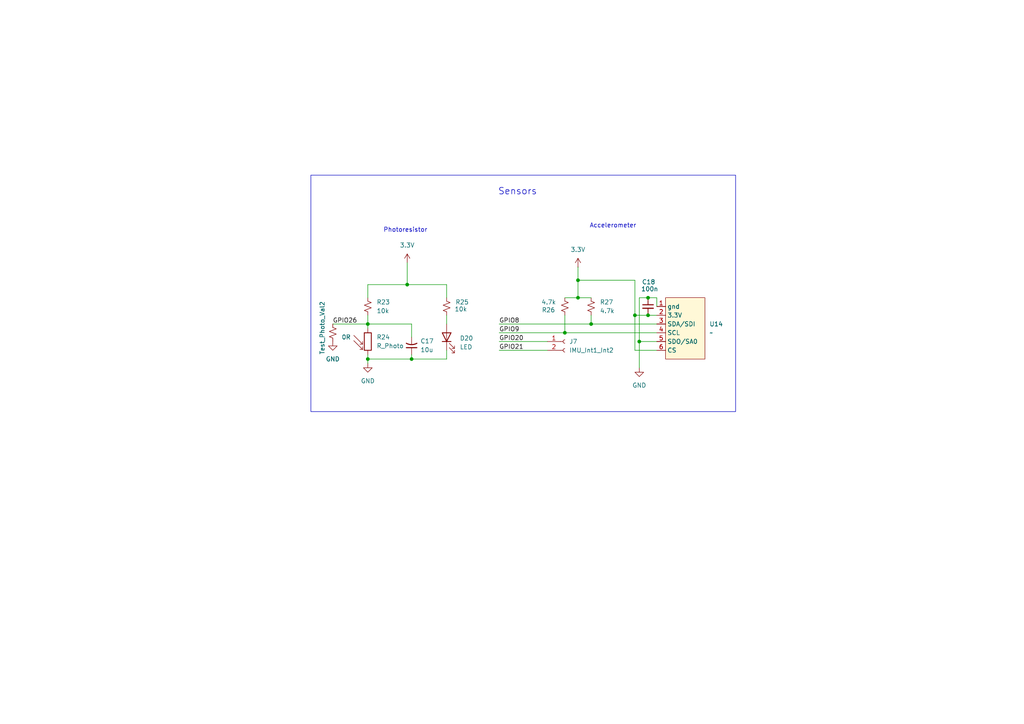
<source format=kicad_sch>
(kicad_sch
	(version 20250114)
	(generator "eeschema")
	(generator_version "9.0")
	(uuid "87812ec1-342e-43e6-b5c1-1eb20eb6354b")
	(paper "A4")
	(lib_symbols
		(symbol "Connector:Conn_01x02_Socket"
			(pin_names
				(offset 1.016)
				(hide yes)
			)
			(exclude_from_sim no)
			(in_bom yes)
			(on_board yes)
			(property "Reference" "J"
				(at 0 2.54 0)
				(effects
					(font
						(size 1.27 1.27)
					)
				)
			)
			(property "Value" "Conn_01x02_Socket"
				(at 0 -5.08 0)
				(effects
					(font
						(size 1.27 1.27)
					)
				)
			)
			(property "Footprint" ""
				(at 0 0 0)
				(effects
					(font
						(size 1.27 1.27)
					)
					(hide yes)
				)
			)
			(property "Datasheet" "~"
				(at 0 0 0)
				(effects
					(font
						(size 1.27 1.27)
					)
					(hide yes)
				)
			)
			(property "Description" "Generic connector, single row, 01x02, script generated"
				(at 0 0 0)
				(effects
					(font
						(size 1.27 1.27)
					)
					(hide yes)
				)
			)
			(property "ki_locked" ""
				(at 0 0 0)
				(effects
					(font
						(size 1.27 1.27)
					)
				)
			)
			(property "ki_keywords" "connector"
				(at 0 0 0)
				(effects
					(font
						(size 1.27 1.27)
					)
					(hide yes)
				)
			)
			(property "ki_fp_filters" "Connector*:*_1x??_*"
				(at 0 0 0)
				(effects
					(font
						(size 1.27 1.27)
					)
					(hide yes)
				)
			)
			(symbol "Conn_01x02_Socket_1_1"
				(polyline
					(pts
						(xy -1.27 0) (xy -0.508 0)
					)
					(stroke
						(width 0.1524)
						(type default)
					)
					(fill
						(type none)
					)
				)
				(polyline
					(pts
						(xy -1.27 -2.54) (xy -0.508 -2.54)
					)
					(stroke
						(width 0.1524)
						(type default)
					)
					(fill
						(type none)
					)
				)
				(arc
					(start 0 -0.508)
					(mid -0.5058 0)
					(end 0 0.508)
					(stroke
						(width 0.1524)
						(type default)
					)
					(fill
						(type none)
					)
				)
				(arc
					(start 0 -3.048)
					(mid -0.5058 -2.54)
					(end 0 -2.032)
					(stroke
						(width 0.1524)
						(type default)
					)
					(fill
						(type none)
					)
				)
				(pin passive line
					(at -5.08 0 0)
					(length 3.81)
					(name "Pin_1"
						(effects
							(font
								(size 1.27 1.27)
							)
						)
					)
					(number "1"
						(effects
							(font
								(size 1.27 1.27)
							)
						)
					)
				)
				(pin passive line
					(at -5.08 -2.54 0)
					(length 3.81)
					(name "Pin_2"
						(effects
							(font
								(size 1.27 1.27)
							)
						)
					)
					(number "2"
						(effects
							(font
								(size 1.27 1.27)
							)
						)
					)
				)
			)
			(embedded_fonts no)
		)
		(symbol "Device:C_Small"
			(pin_numbers
				(hide yes)
			)
			(pin_names
				(offset 0.254)
				(hide yes)
			)
			(exclude_from_sim no)
			(in_bom yes)
			(on_board yes)
			(property "Reference" "C"
				(at 0.254 1.778 0)
				(effects
					(font
						(size 1.27 1.27)
					)
					(justify left)
				)
			)
			(property "Value" "C_Small"
				(at 0.254 -2.032 0)
				(effects
					(font
						(size 1.27 1.27)
					)
					(justify left)
				)
			)
			(property "Footprint" ""
				(at 0 0 0)
				(effects
					(font
						(size 1.27 1.27)
					)
					(hide yes)
				)
			)
			(property "Datasheet" "~"
				(at 0 0 0)
				(effects
					(font
						(size 1.27 1.27)
					)
					(hide yes)
				)
			)
			(property "Description" "Unpolarized capacitor, small symbol"
				(at 0 0 0)
				(effects
					(font
						(size 1.27 1.27)
					)
					(hide yes)
				)
			)
			(property "ki_keywords" "capacitor cap"
				(at 0 0 0)
				(effects
					(font
						(size 1.27 1.27)
					)
					(hide yes)
				)
			)
			(property "ki_fp_filters" "C_*"
				(at 0 0 0)
				(effects
					(font
						(size 1.27 1.27)
					)
					(hide yes)
				)
			)
			(symbol "C_Small_0_1"
				(polyline
					(pts
						(xy -1.524 0.508) (xy 1.524 0.508)
					)
					(stroke
						(width 0.3048)
						(type default)
					)
					(fill
						(type none)
					)
				)
				(polyline
					(pts
						(xy -1.524 -0.508) (xy 1.524 -0.508)
					)
					(stroke
						(width 0.3302)
						(type default)
					)
					(fill
						(type none)
					)
				)
			)
			(symbol "C_Small_1_1"
				(pin passive line
					(at 0 2.54 270)
					(length 2.032)
					(name "~"
						(effects
							(font
								(size 1.27 1.27)
							)
						)
					)
					(number "1"
						(effects
							(font
								(size 1.27 1.27)
							)
						)
					)
				)
				(pin passive line
					(at 0 -2.54 90)
					(length 2.032)
					(name "~"
						(effects
							(font
								(size 1.27 1.27)
							)
						)
					)
					(number "2"
						(effects
							(font
								(size 1.27 1.27)
							)
						)
					)
				)
			)
			(embedded_fonts no)
		)
		(symbol "Device:C_Small_US"
			(pin_numbers
				(hide yes)
			)
			(pin_names
				(offset 0.254)
				(hide yes)
			)
			(exclude_from_sim no)
			(in_bom yes)
			(on_board yes)
			(property "Reference" "C"
				(at 0.254 1.778 0)
				(effects
					(font
						(size 1.27 1.27)
					)
					(justify left)
				)
			)
			(property "Value" "C_Small_US"
				(at 0.254 -2.032 0)
				(effects
					(font
						(size 1.27 1.27)
					)
					(justify left)
				)
			)
			(property "Footprint" ""
				(at 0 0 0)
				(effects
					(font
						(size 1.27 1.27)
					)
					(hide yes)
				)
			)
			(property "Datasheet" ""
				(at 0 0 0)
				(effects
					(font
						(size 1.27 1.27)
					)
					(hide yes)
				)
			)
			(property "Description" "capacitor, small US symbol"
				(at 0 0 0)
				(effects
					(font
						(size 1.27 1.27)
					)
					(hide yes)
				)
			)
			(property "ki_keywords" "cap capacitor"
				(at 0 0 0)
				(effects
					(font
						(size 1.27 1.27)
					)
					(hide yes)
				)
			)
			(property "ki_fp_filters" "C_*"
				(at 0 0 0)
				(effects
					(font
						(size 1.27 1.27)
					)
					(hide yes)
				)
			)
			(symbol "C_Small_US_0_1"
				(polyline
					(pts
						(xy -1.524 0.508) (xy 1.524 0.508)
					)
					(stroke
						(width 0.3048)
						(type default)
					)
					(fill
						(type none)
					)
				)
				(arc
					(start -1.524 -0.762)
					(mid 0 -0.3734)
					(end 1.524 -0.762)
					(stroke
						(width 0.3048)
						(type default)
					)
					(fill
						(type none)
					)
				)
			)
			(symbol "C_Small_US_1_1"
				(pin passive line
					(at 0 2.54 270)
					(length 2.032)
					(name "~"
						(effects
							(font
								(size 1.27 1.27)
							)
						)
					)
					(number "1"
						(effects
							(font
								(size 1.27 1.27)
							)
						)
					)
				)
				(pin passive line
					(at 0 -2.54 90)
					(length 2.032)
					(name "~"
						(effects
							(font
								(size 1.27 1.27)
							)
						)
					)
					(number "2"
						(effects
							(font
								(size 1.27 1.27)
							)
						)
					)
				)
			)
			(embedded_fonts no)
		)
		(symbol "Device:LED"
			(pin_numbers
				(hide yes)
			)
			(pin_names
				(offset 1.016)
				(hide yes)
			)
			(exclude_from_sim no)
			(in_bom yes)
			(on_board yes)
			(property "Reference" "D"
				(at 0 2.54 0)
				(effects
					(font
						(size 1.27 1.27)
					)
				)
			)
			(property "Value" "LED"
				(at 0 -2.54 0)
				(effects
					(font
						(size 1.27 1.27)
					)
				)
			)
			(property "Footprint" ""
				(at 0 0 0)
				(effects
					(font
						(size 1.27 1.27)
					)
					(hide yes)
				)
			)
			(property "Datasheet" "~"
				(at 0 0 0)
				(effects
					(font
						(size 1.27 1.27)
					)
					(hide yes)
				)
			)
			(property "Description" "Light emitting diode"
				(at 0 0 0)
				(effects
					(font
						(size 1.27 1.27)
					)
					(hide yes)
				)
			)
			(property "Sim.Pins" "1=K 2=A"
				(at 0 0 0)
				(effects
					(font
						(size 1.27 1.27)
					)
					(hide yes)
				)
			)
			(property "ki_keywords" "LED diode"
				(at 0 0 0)
				(effects
					(font
						(size 1.27 1.27)
					)
					(hide yes)
				)
			)
			(property "ki_fp_filters" "LED* LED_SMD:* LED_THT:*"
				(at 0 0 0)
				(effects
					(font
						(size 1.27 1.27)
					)
					(hide yes)
				)
			)
			(symbol "LED_0_1"
				(polyline
					(pts
						(xy -3.048 -0.762) (xy -4.572 -2.286) (xy -3.81 -2.286) (xy -4.572 -2.286) (xy -4.572 -1.524)
					)
					(stroke
						(width 0)
						(type default)
					)
					(fill
						(type none)
					)
				)
				(polyline
					(pts
						(xy -1.778 -0.762) (xy -3.302 -2.286) (xy -2.54 -2.286) (xy -3.302 -2.286) (xy -3.302 -1.524)
					)
					(stroke
						(width 0)
						(type default)
					)
					(fill
						(type none)
					)
				)
				(polyline
					(pts
						(xy -1.27 0) (xy 1.27 0)
					)
					(stroke
						(width 0)
						(type default)
					)
					(fill
						(type none)
					)
				)
				(polyline
					(pts
						(xy -1.27 -1.27) (xy -1.27 1.27)
					)
					(stroke
						(width 0.254)
						(type default)
					)
					(fill
						(type none)
					)
				)
				(polyline
					(pts
						(xy 1.27 -1.27) (xy 1.27 1.27) (xy -1.27 0) (xy 1.27 -1.27)
					)
					(stroke
						(width 0.254)
						(type default)
					)
					(fill
						(type none)
					)
				)
			)
			(symbol "LED_1_1"
				(pin passive line
					(at -3.81 0 0)
					(length 2.54)
					(name "K"
						(effects
							(font
								(size 1.27 1.27)
							)
						)
					)
					(number "1"
						(effects
							(font
								(size 1.27 1.27)
							)
						)
					)
				)
				(pin passive line
					(at 3.81 0 180)
					(length 2.54)
					(name "A"
						(effects
							(font
								(size 1.27 1.27)
							)
						)
					)
					(number "2"
						(effects
							(font
								(size 1.27 1.27)
							)
						)
					)
				)
			)
			(embedded_fonts no)
		)
		(symbol "Device:R_Photo"
			(pin_numbers
				(hide yes)
			)
			(pin_names
				(offset 0)
			)
			(exclude_from_sim no)
			(in_bom yes)
			(on_board yes)
			(property "Reference" "R"
				(at 1.27 1.27 0)
				(effects
					(font
						(size 1.27 1.27)
					)
					(justify left)
				)
			)
			(property "Value" "R_Photo"
				(at 1.27 0 0)
				(effects
					(font
						(size 1.27 1.27)
					)
					(justify left top)
				)
			)
			(property "Footprint" ""
				(at 1.27 -6.35 90)
				(effects
					(font
						(size 1.27 1.27)
					)
					(justify left)
					(hide yes)
				)
			)
			(property "Datasheet" "~"
				(at 0 -1.27 0)
				(effects
					(font
						(size 1.27 1.27)
					)
					(hide yes)
				)
			)
			(property "Description" "Photoresistor"
				(at 0 0 0)
				(effects
					(font
						(size 1.27 1.27)
					)
					(hide yes)
				)
			)
			(property "ki_keywords" "resistor variable light sensitive opto LDR"
				(at 0 0 0)
				(effects
					(font
						(size 1.27 1.27)
					)
					(hide yes)
				)
			)
			(property "ki_fp_filters" "*LDR* R?LDR*"
				(at 0 0 0)
				(effects
					(font
						(size 1.27 1.27)
					)
					(hide yes)
				)
			)
			(symbol "R_Photo_0_1"
				(polyline
					(pts
						(xy -1.524 -0.762) (xy -4.064 1.778)
					)
					(stroke
						(width 0)
						(type default)
					)
					(fill
						(type none)
					)
				)
				(polyline
					(pts
						(xy -1.524 -0.762) (xy -2.286 -0.762)
					)
					(stroke
						(width 0)
						(type default)
					)
					(fill
						(type none)
					)
				)
				(polyline
					(pts
						(xy -1.524 -0.762) (xy -1.524 0)
					)
					(stroke
						(width 0)
						(type default)
					)
					(fill
						(type none)
					)
				)
				(polyline
					(pts
						(xy -1.524 -2.286) (xy -4.064 0.254)
					)
					(stroke
						(width 0)
						(type default)
					)
					(fill
						(type none)
					)
				)
				(polyline
					(pts
						(xy -1.524 -2.286) (xy -2.286 -2.286)
					)
					(stroke
						(width 0)
						(type default)
					)
					(fill
						(type none)
					)
				)
				(polyline
					(pts
						(xy -1.524 -2.286) (xy -1.524 -1.524)
					)
					(stroke
						(width 0)
						(type default)
					)
					(fill
						(type none)
					)
				)
				(rectangle
					(start -1.016 2.54)
					(end 1.016 -2.54)
					(stroke
						(width 0.254)
						(type default)
					)
					(fill
						(type none)
					)
				)
			)
			(symbol "R_Photo_1_1"
				(pin passive line
					(at 0 3.81 270)
					(length 1.27)
					(name "~"
						(effects
							(font
								(size 1.27 1.27)
							)
						)
					)
					(number "1"
						(effects
							(font
								(size 1.27 1.27)
							)
						)
					)
				)
				(pin passive line
					(at 0 -3.81 90)
					(length 1.27)
					(name "~"
						(effects
							(font
								(size 1.27 1.27)
							)
						)
					)
					(number "2"
						(effects
							(font
								(size 1.27 1.27)
							)
						)
					)
				)
			)
			(embedded_fonts no)
		)
		(symbol "Device:R_Small_US"
			(pin_numbers
				(hide yes)
			)
			(pin_names
				(offset 0.254)
				(hide yes)
			)
			(exclude_from_sim no)
			(in_bom yes)
			(on_board yes)
			(property "Reference" "R"
				(at 0.762 0.508 0)
				(effects
					(font
						(size 1.27 1.27)
					)
					(justify left)
				)
			)
			(property "Value" "R_Small_US"
				(at 0.762 -1.016 0)
				(effects
					(font
						(size 1.27 1.27)
					)
					(justify left)
				)
			)
			(property "Footprint" ""
				(at 0 0 0)
				(effects
					(font
						(size 1.27 1.27)
					)
					(hide yes)
				)
			)
			(property "Datasheet" "~"
				(at 0 0 0)
				(effects
					(font
						(size 1.27 1.27)
					)
					(hide yes)
				)
			)
			(property "Description" "Resistor, small US symbol"
				(at 0 0 0)
				(effects
					(font
						(size 1.27 1.27)
					)
					(hide yes)
				)
			)
			(property "ki_keywords" "r resistor"
				(at 0 0 0)
				(effects
					(font
						(size 1.27 1.27)
					)
					(hide yes)
				)
			)
			(property "ki_fp_filters" "R_*"
				(at 0 0 0)
				(effects
					(font
						(size 1.27 1.27)
					)
					(hide yes)
				)
			)
			(symbol "R_Small_US_1_1"
				(polyline
					(pts
						(xy 0 1.524) (xy 1.016 1.143) (xy 0 0.762) (xy -1.016 0.381) (xy 0 0)
					)
					(stroke
						(width 0)
						(type default)
					)
					(fill
						(type none)
					)
				)
				(polyline
					(pts
						(xy 0 0) (xy 1.016 -0.381) (xy 0 -0.762) (xy -1.016 -1.143) (xy 0 -1.524)
					)
					(stroke
						(width 0)
						(type default)
					)
					(fill
						(type none)
					)
				)
				(pin passive line
					(at 0 2.54 270)
					(length 1.016)
					(name "~"
						(effects
							(font
								(size 1.27 1.27)
							)
						)
					)
					(number "1"
						(effects
							(font
								(size 1.27 1.27)
							)
						)
					)
				)
				(pin passive line
					(at 0 -2.54 90)
					(length 1.016)
					(name "~"
						(effects
							(font
								(size 1.27 1.27)
							)
						)
					)
					(number "2"
						(effects
							(font
								(size 1.27 1.27)
							)
						)
					)
				)
			)
			(embedded_fonts no)
		)
		(symbol "Elijahs_symbols:I2C_4"
			(exclude_from_sim no)
			(in_bom yes)
			(on_board yes)
			(property "Reference" "U"
				(at 8.636 -0.254 0)
				(effects
					(font
						(size 1.27 1.27)
					)
				)
			)
			(property "Value" ""
				(at 0 0 0)
				(effects
					(font
						(size 1.27 1.27)
					)
				)
			)
			(property "Footprint" ""
				(at 0 0 0)
				(effects
					(font
						(size 1.27 1.27)
					)
					(hide yes)
				)
			)
			(property "Datasheet" ""
				(at 0 0 0)
				(effects
					(font
						(size 1.27 1.27)
					)
					(hide yes)
				)
			)
			(property "Description" ""
				(at 0 0 0)
				(effects
					(font
						(size 1.27 1.27)
					)
					(hide yes)
				)
			)
			(symbol "I2C_4_1_1"
				(rectangle
					(start 2.54 -1.27)
					(end 13.97 -19.05)
					(stroke
						(width 0)
						(type solid)
					)
					(fill
						(type color)
						(color 255 248 215 1)
					)
				)
				(pin power_in line
					(at 0 -3.81 0)
					(length 2.54)
					(name "gnd"
						(effects
							(font
								(size 1.27 1.27)
							)
						)
					)
					(number "1"
						(effects
							(font
								(size 1.27 1.27)
							)
						)
					)
				)
				(pin power_in line
					(at 0 -6.35 0)
					(length 2.54)
					(name "3.3V"
						(effects
							(font
								(size 1.27 1.27)
							)
						)
					)
					(number "2"
						(effects
							(font
								(size 1.27 1.27)
							)
						)
					)
				)
				(pin input line
					(at 0 -8.89 0)
					(length 2.54)
					(name "SDA/SDI"
						(effects
							(font
								(size 1.27 1.27)
							)
						)
					)
					(number "3"
						(effects
							(font
								(size 1.27 1.27)
							)
						)
					)
				)
				(pin input line
					(at 0 -11.43 0)
					(length 2.54)
					(name "SCL"
						(effects
							(font
								(size 1.27 1.27)
							)
						)
					)
					(number "4"
						(effects
							(font
								(size 1.27 1.27)
							)
						)
					)
				)
				(pin output line
					(at 0 -13.97 0)
					(length 2.54)
					(name "SDO/SA0"
						(effects
							(font
								(size 1.27 1.27)
							)
						)
					)
					(number "5"
						(effects
							(font
								(size 1.27 1.27)
							)
						)
					)
				)
				(pin input line
					(at 0 -16.51 0)
					(length 2.54)
					(name "CS"
						(effects
							(font
								(size 1.27 1.27)
							)
						)
					)
					(number "6"
						(effects
							(font
								(size 1.27 1.27)
							)
						)
					)
				)
			)
			(embedded_fonts no)
		)
		(symbol "power:GND"
			(power)
			(pin_numbers
				(hide yes)
			)
			(pin_names
				(offset 0)
				(hide yes)
			)
			(exclude_from_sim no)
			(in_bom yes)
			(on_board yes)
			(property "Reference" "#PWR"
				(at 0 -6.35 0)
				(effects
					(font
						(size 1.27 1.27)
					)
					(hide yes)
				)
			)
			(property "Value" "GND"
				(at 0 -3.81 0)
				(effects
					(font
						(size 1.27 1.27)
					)
				)
			)
			(property "Footprint" ""
				(at 0 0 0)
				(effects
					(font
						(size 1.27 1.27)
					)
					(hide yes)
				)
			)
			(property "Datasheet" ""
				(at 0 0 0)
				(effects
					(font
						(size 1.27 1.27)
					)
					(hide yes)
				)
			)
			(property "Description" "Power symbol creates a global label with name \"GND\" , ground"
				(at 0 0 0)
				(effects
					(font
						(size 1.27 1.27)
					)
					(hide yes)
				)
			)
			(property "ki_keywords" "global power"
				(at 0 0 0)
				(effects
					(font
						(size 1.27 1.27)
					)
					(hide yes)
				)
			)
			(symbol "GND_0_1"
				(polyline
					(pts
						(xy 0 0) (xy 0 -1.27) (xy 1.27 -1.27) (xy 0 -2.54) (xy -1.27 -1.27) (xy 0 -1.27)
					)
					(stroke
						(width 0)
						(type default)
					)
					(fill
						(type none)
					)
				)
			)
			(symbol "GND_1_1"
				(pin power_in line
					(at 0 0 270)
					(length 0)
					(name "~"
						(effects
							(font
								(size 1.27 1.27)
							)
						)
					)
					(number "1"
						(effects
							(font
								(size 1.27 1.27)
							)
						)
					)
				)
			)
			(embedded_fonts no)
		)
		(symbol "power:VCC"
			(power)
			(pin_numbers
				(hide yes)
			)
			(pin_names
				(offset 0)
				(hide yes)
			)
			(exclude_from_sim no)
			(in_bom yes)
			(on_board yes)
			(property "Reference" "#PWR"
				(at 0 -3.81 0)
				(effects
					(font
						(size 1.27 1.27)
					)
					(hide yes)
				)
			)
			(property "Value" "VCC"
				(at 0 3.556 0)
				(effects
					(font
						(size 1.27 1.27)
					)
				)
			)
			(property "Footprint" ""
				(at 0 0 0)
				(effects
					(font
						(size 1.27 1.27)
					)
					(hide yes)
				)
			)
			(property "Datasheet" ""
				(at 0 0 0)
				(effects
					(font
						(size 1.27 1.27)
					)
					(hide yes)
				)
			)
			(property "Description" "Power symbol creates a global label with name \"VCC\""
				(at 0 0 0)
				(effects
					(font
						(size 1.27 1.27)
					)
					(hide yes)
				)
			)
			(property "ki_keywords" "global power"
				(at 0 0 0)
				(effects
					(font
						(size 1.27 1.27)
					)
					(hide yes)
				)
			)
			(symbol "VCC_0_1"
				(polyline
					(pts
						(xy -0.762 1.27) (xy 0 2.54)
					)
					(stroke
						(width 0)
						(type default)
					)
					(fill
						(type none)
					)
				)
				(polyline
					(pts
						(xy 0 2.54) (xy 0.762 1.27)
					)
					(stroke
						(width 0)
						(type default)
					)
					(fill
						(type none)
					)
				)
				(polyline
					(pts
						(xy 0 0) (xy 0 2.54)
					)
					(stroke
						(width 0)
						(type default)
					)
					(fill
						(type none)
					)
				)
			)
			(symbol "VCC_1_1"
				(pin power_in line
					(at 0 0 90)
					(length 0)
					(name "~"
						(effects
							(font
								(size 1.27 1.27)
							)
						)
					)
					(number "1"
						(effects
							(font
								(size 1.27 1.27)
							)
						)
					)
				)
			)
			(embedded_fonts no)
		)
	)
	(rectangle
		(start 90.17 50.8)
		(end 213.36 119.38)
		(stroke
			(width 0)
			(type default)
		)
		(fill
			(type none)
		)
		(uuid 590bd6aa-11a5-4b8a-8d6f-da035375134b)
	)
	(text "Photoresistor"
		(exclude_from_sim no)
		(at 117.602 66.802 0)
		(effects
			(font
				(size 1.27 1.27)
			)
		)
		(uuid "0620bf07-1a76-43e1-921d-c17c505548c6")
	)
	(text "Accelerometer"
		(exclude_from_sim no)
		(at 177.8 65.532 0)
		(effects
			(font
				(size 1.27 1.27)
			)
		)
		(uuid "0c46cabe-6d58-4451-b273-3f95ba8736e8")
	)
	(text "Sensors"
		(exclude_from_sim no)
		(at 150.114 55.626 0)
		(effects
			(font
				(size 1.905 1.905)
			)
		)
		(uuid "c17321c2-8027-4f80-a5f1-bd2ae3dbb999")
	)
	(junction
		(at 171.45 93.98)
		(diameter 0)
		(color 0 0 0 0)
		(uuid "3dbaabf1-b324-4292-adc6-88eaa9172714")
	)
	(junction
		(at 184.15 91.44)
		(diameter 0)
		(color 0 0 0 0)
		(uuid "3e268e50-a6cb-4404-a3e8-04418e31e587")
	)
	(junction
		(at 187.96 91.44)
		(diameter 0)
		(color 0 0 0 0)
		(uuid "50dd137a-f124-475d-9f46-0e12b88c786d")
	)
	(junction
		(at 185.42 99.06)
		(diameter 0)
		(color 0 0 0 0)
		(uuid "56796263-359b-403f-8514-666503fc3ca4")
	)
	(junction
		(at 167.64 81.28)
		(diameter 0)
		(color 0 0 0 0)
		(uuid "62d6634f-cd15-4177-8ade-f9f85e790127")
	)
	(junction
		(at 163.83 96.52)
		(diameter 0)
		(color 0 0 0 0)
		(uuid "95d626ee-36aa-4b9f-936d-a75592011662")
	)
	(junction
		(at 106.68 93.98)
		(diameter 0)
		(color 0 0 0 0)
		(uuid "a488dc5f-bf63-46fa-8207-3f212d796137")
	)
	(junction
		(at 106.68 104.14)
		(diameter 0)
		(color 0 0 0 0)
		(uuid "aba80f3f-539f-4d73-a210-7d82cc7d0d81")
	)
	(junction
		(at 167.64 86.36)
		(diameter 0)
		(color 0 0 0 0)
		(uuid "b3e3810a-430e-4c1c-b5db-3e25d75e37fa")
	)
	(junction
		(at 187.96 86.36)
		(diameter 0)
		(color 0 0 0 0)
		(uuid "c25c24f7-7322-424c-a319-dc659e4c9688")
	)
	(junction
		(at 119.38 104.14)
		(diameter 0)
		(color 0 0 0 0)
		(uuid "d7a11f73-d65a-4394-a8c0-9311d8effd86")
	)
	(junction
		(at 118.11 82.55)
		(diameter 0)
		(color 0 0 0 0)
		(uuid "f6438e1d-a166-4ab2-ad41-1a0c7d63c0cb")
	)
	(wire
		(pts
			(xy 185.42 86.36) (xy 187.96 86.36)
		)
		(stroke
			(width 0)
			(type default)
		)
		(uuid "07634e8c-8b7d-4895-a0ad-8ee8e17c5c83")
	)
	(wire
		(pts
			(xy 167.64 77.47) (xy 167.64 81.28)
		)
		(stroke
			(width 0)
			(type default)
		)
		(uuid "0e153454-1546-41bb-a667-acd9982c2a77")
	)
	(wire
		(pts
			(xy 106.68 91.44) (xy 106.68 93.98)
		)
		(stroke
			(width 0)
			(type default)
		)
		(uuid "10b12851-9338-4c8c-b973-eb6be9284c63")
	)
	(wire
		(pts
			(xy 185.42 99.06) (xy 185.42 106.68)
		)
		(stroke
			(width 0)
			(type default)
		)
		(uuid "10f3b0ab-eeda-4e9e-81dc-167117c11be7")
	)
	(wire
		(pts
			(xy 163.83 96.52) (xy 190.5 96.52)
		)
		(stroke
			(width 0)
			(type default)
		)
		(uuid "15b4e867-62ff-4d95-9628-ddbfb7231bfd")
	)
	(wire
		(pts
			(xy 190.5 86.36) (xy 190.5 88.9)
		)
		(stroke
			(width 0)
			(type default)
		)
		(uuid "20dc1b3b-ae6d-4a75-ba5f-bf323183a951")
	)
	(wire
		(pts
			(xy 106.68 82.55) (xy 118.11 82.55)
		)
		(stroke
			(width 0)
			(type default)
		)
		(uuid "21b2c710-fc59-4cad-93d1-c51f929f3f9f")
	)
	(wire
		(pts
			(xy 163.83 91.44) (xy 163.83 96.52)
		)
		(stroke
			(width 0)
			(type default)
		)
		(uuid "24739a5f-4d67-4786-b36b-ca5a2cfc4500")
	)
	(wire
		(pts
			(xy 106.68 104.14) (xy 106.68 105.41)
		)
		(stroke
			(width 0)
			(type default)
		)
		(uuid "35c1eb4f-16c5-4fdc-8577-84af76cd57ae")
	)
	(wire
		(pts
			(xy 185.42 86.36) (xy 185.42 99.06)
		)
		(stroke
			(width 0)
			(type default)
		)
		(uuid "3611fa0b-cf62-4e0e-90ea-95b4fe8fca7d")
	)
	(wire
		(pts
			(xy 184.15 91.44) (xy 187.96 91.44)
		)
		(stroke
			(width 0)
			(type default)
		)
		(uuid "419f75d2-dad1-4b93-9ebd-4220d7acdbf1")
	)
	(wire
		(pts
			(xy 167.64 81.28) (xy 167.64 86.36)
		)
		(stroke
			(width 0)
			(type default)
		)
		(uuid "433e0115-c4e7-4313-9a5f-259e0a25623f")
	)
	(wire
		(pts
			(xy 163.83 86.36) (xy 167.64 86.36)
		)
		(stroke
			(width 0)
			(type default)
		)
		(uuid "4dd80fea-0263-41da-a129-6e9f99c179e0")
	)
	(wire
		(pts
			(xy 185.42 99.06) (xy 190.5 99.06)
		)
		(stroke
			(width 0)
			(type default)
		)
		(uuid "5389b185-ab6a-4585-9fb1-204862906e69")
	)
	(wire
		(pts
			(xy 129.54 101.6) (xy 129.54 104.14)
		)
		(stroke
			(width 0)
			(type default)
		)
		(uuid "57fa6658-d05d-4f71-88cd-28c1c83e1665")
	)
	(wire
		(pts
			(xy 144.78 99.06) (xy 158.75 99.06)
		)
		(stroke
			(width 0)
			(type default)
		)
		(uuid "59af63f0-5899-48c4-b43c-77cbc7d412b3")
	)
	(wire
		(pts
			(xy 171.45 91.44) (xy 171.45 93.98)
		)
		(stroke
			(width 0)
			(type default)
		)
		(uuid "5f350cef-383d-4362-a80c-72907d664f7e")
	)
	(wire
		(pts
			(xy 118.11 76.2) (xy 118.11 82.55)
		)
		(stroke
			(width 0)
			(type default)
		)
		(uuid "6d304e03-725f-4f88-8c9c-3d5dcd04778a")
	)
	(wire
		(pts
			(xy 119.38 104.14) (xy 106.68 104.14)
		)
		(stroke
			(width 0)
			(type default)
		)
		(uuid "70c45536-1c11-436e-9866-ab6789c2890b")
	)
	(wire
		(pts
			(xy 119.38 102.87) (xy 119.38 104.14)
		)
		(stroke
			(width 0)
			(type default)
		)
		(uuid "7d6198e9-db09-422f-9d59-4de64aa7d36f")
	)
	(wire
		(pts
			(xy 144.78 93.98) (xy 171.45 93.98)
		)
		(stroke
			(width 0)
			(type default)
		)
		(uuid "7fb5a7ce-2d06-44f5-acf5-4be224bf3b0a")
	)
	(wire
		(pts
			(xy 144.78 101.6) (xy 158.75 101.6)
		)
		(stroke
			(width 0)
			(type default)
		)
		(uuid "84ae8ad0-b565-4b2e-8c01-0c3d67b1ff18")
	)
	(wire
		(pts
			(xy 106.68 93.98) (xy 106.68 95.25)
		)
		(stroke
			(width 0)
			(type default)
		)
		(uuid "961a88b6-b11b-4f3f-9c49-5d6b3e457eb1")
	)
	(wire
		(pts
			(xy 118.11 82.55) (xy 129.54 82.55)
		)
		(stroke
			(width 0)
			(type default)
		)
		(uuid "9a29391a-22c5-42bb-9301-be8a18dea519")
	)
	(wire
		(pts
			(xy 187.96 91.44) (xy 190.5 91.44)
		)
		(stroke
			(width 0)
			(type default)
		)
		(uuid "a2a799b0-55ef-4dc8-bbaa-891ba70e5e1a")
	)
	(wire
		(pts
			(xy 129.54 91.44) (xy 129.54 93.98)
		)
		(stroke
			(width 0)
			(type default)
		)
		(uuid "a315d1c4-104c-4636-a43f-dd01b0826c3c")
	)
	(wire
		(pts
			(xy 119.38 104.14) (xy 129.54 104.14)
		)
		(stroke
			(width 0)
			(type default)
		)
		(uuid "b3de2b08-494a-4c7c-85cf-d1320b9aa063")
	)
	(wire
		(pts
			(xy 171.45 93.98) (xy 190.5 93.98)
		)
		(stroke
			(width 0)
			(type default)
		)
		(uuid "b5579f95-b50a-4697-8c64-c5e4a0ef6eec")
	)
	(wire
		(pts
			(xy 106.68 93.98) (xy 119.38 93.98)
		)
		(stroke
			(width 0)
			(type default)
		)
		(uuid "bfbf75ca-0bab-472f-91c3-d01c482b08ed")
	)
	(wire
		(pts
			(xy 144.78 96.52) (xy 163.83 96.52)
		)
		(stroke
			(width 0)
			(type default)
		)
		(uuid "c0e9b41f-c973-4beb-aa77-4884649749bc")
	)
	(wire
		(pts
			(xy 119.38 97.79) (xy 119.38 93.98)
		)
		(stroke
			(width 0)
			(type default)
		)
		(uuid "c78436a0-082d-4d26-b0ad-dbbc32dd22ac")
	)
	(wire
		(pts
			(xy 167.64 81.28) (xy 184.15 81.28)
		)
		(stroke
			(width 0)
			(type default)
		)
		(uuid "c8483c40-b5d4-43eb-af7f-6a8da8d634ff")
	)
	(wire
		(pts
			(xy 167.64 86.36) (xy 171.45 86.36)
		)
		(stroke
			(width 0)
			(type default)
		)
		(uuid "cc402ae1-bcdd-4db8-a89d-52f306bd18f9")
	)
	(wire
		(pts
			(xy 184.15 81.28) (xy 184.15 91.44)
		)
		(stroke
			(width 0)
			(type default)
		)
		(uuid "ce234ef6-8421-4f40-9392-c1cbd0fbeae2")
	)
	(wire
		(pts
			(xy 187.96 86.36) (xy 190.5 86.36)
		)
		(stroke
			(width 0)
			(type default)
		)
		(uuid "d5db7dad-9759-46ae-afdf-39341939d017")
	)
	(wire
		(pts
			(xy 184.15 91.44) (xy 184.15 101.6)
		)
		(stroke
			(width 0)
			(type default)
		)
		(uuid "ec088f84-7c95-4e4b-89a7-702fc974f398")
	)
	(wire
		(pts
			(xy 106.68 102.87) (xy 106.68 104.14)
		)
		(stroke
			(width 0)
			(type default)
		)
		(uuid "ef00793e-6134-4d04-903f-a027d68571eb")
	)
	(wire
		(pts
			(xy 184.15 101.6) (xy 190.5 101.6)
		)
		(stroke
			(width 0)
			(type default)
		)
		(uuid "efff830b-101e-46e2-8c77-f15718a3717a")
	)
	(wire
		(pts
			(xy 129.54 82.55) (xy 129.54 86.36)
		)
		(stroke
			(width 0)
			(type default)
		)
		(uuid "f52a885e-ca89-4f99-a8f9-cdc361d1fdd4")
	)
	(wire
		(pts
			(xy 96.52 93.98) (xy 106.68 93.98)
		)
		(stroke
			(width 0)
			(type default)
		)
		(uuid "f9572484-09ce-4b65-bde3-6d9c7ac26f52")
	)
	(wire
		(pts
			(xy 106.68 86.36) (xy 106.68 82.55)
		)
		(stroke
			(width 0)
			(type default)
		)
		(uuid "fbfbaec2-96ee-4294-b452-7c990a29a05c")
	)
	(label "GPIO20"
		(at 144.78 99.06 0)
		(effects
			(font
				(size 1.27 1.27)
			)
			(justify left bottom)
		)
		(uuid "23281f54-1f88-4e8d-bbc0-2a57f81e09d5")
	)
	(label "GPIO26"
		(at 96.52 93.98 0)
		(effects
			(font
				(size 1.27 1.27)
			)
			(justify left bottom)
		)
		(uuid "2e5a6cf0-b646-4a2a-8e37-a7d1e12b9eac")
	)
	(label "GPIO9"
		(at 144.78 96.52 0)
		(effects
			(font
				(size 1.27 1.27)
			)
			(justify left bottom)
		)
		(uuid "31c2de85-17b8-4b84-96e6-d9ec1ca2df63")
	)
	(label "GPIO8"
		(at 144.78 93.98 0)
		(effects
			(font
				(size 1.27 1.27)
			)
			(justify left bottom)
		)
		(uuid "5b661dbf-3e86-4fc5-8914-dddbb85fc495")
	)
	(label "GPIO21"
		(at 144.78 101.6 0)
		(effects
			(font
				(size 1.27 1.27)
			)
			(justify left bottom)
		)
		(uuid "833384bc-6fcd-4d2c-a76c-bad4bb098cce")
	)
	(symbol
		(lib_id "Device:R_Small_US")
		(at 106.68 88.9 0)
		(unit 1)
		(exclude_from_sim no)
		(in_bom yes)
		(on_board yes)
		(dnp no)
		(fields_autoplaced yes)
		(uuid "34c3dd97-5460-4593-8df1-0156bd429372")
		(property "Reference" "R23"
			(at 109.22 87.6299 0)
			(effects
				(font
					(size 1.27 1.27)
				)
				(justify left)
			)
		)
		(property "Value" "10k"
			(at 109.22 90.1699 0)
			(effects
				(font
					(size 1.27 1.27)
				)
				(justify left)
			)
		)
		(property "Footprint" "Resistor_THT:R_Axial_DIN0207_L6.3mm_D2.5mm_P10.16mm_Horizontal"
			(at 106.68 88.9 0)
			(effects
				(font
					(size 1.27 1.27)
				)
				(hide yes)
			)
		)
		(property "Datasheet" "~"
			(at 106.68 88.9 0)
			(effects
				(font
					(size 1.27 1.27)
				)
				(hide yes)
			)
		)
		(property "Description" "Resistor, small US symbol"
			(at 106.68 88.9 0)
			(effects
				(font
					(size 1.27 1.27)
				)
				(hide yes)
			)
		)
		(pin "1"
			(uuid "117beb92-4d56-482f-8821-11dd84ad7b39")
		)
		(pin "2"
			(uuid "72fc72ab-6c7b-4988-aa46-760632c3b354")
		)
		(instances
			(project "411 Schematic-2025-11-16"
				(path "/d2e2892e-be0f-4a6a-9262-5a0d7272f4d0/f75237d4-8e6f-48a3-b7ab-404d9c9d0a03"
					(reference "R23")
					(unit 1)
				)
			)
		)
	)
	(symbol
		(lib_id "Elijahs_symbols:I2C_4")
		(at 190.5 85.09 0)
		(unit 1)
		(exclude_from_sim no)
		(in_bom yes)
		(on_board yes)
		(dnp no)
		(fields_autoplaced yes)
		(uuid "35fcca3b-fe6a-4912-97f8-05c64b0a9877")
		(property "Reference" "U14"
			(at 205.74 93.9799 0)
			(effects
				(font
					(size 1.27 1.27)
				)
				(justify left)
			)
		)
		(property "Value" "~"
			(at 205.74 96.5199 0)
			(effects
				(font
					(size 1.27 1.27)
				)
				(justify left)
			)
		)
		(property "Footprint" "Connector_JST:JST_EH_B6B-EH-A_1x06_P2.50mm_Vertical"
			(at 190.5 85.09 0)
			(effects
				(font
					(size 1.27 1.27)
				)
				(hide yes)
			)
		)
		(property "Datasheet" ""
			(at 190.5 85.09 0)
			(effects
				(font
					(size 1.27 1.27)
				)
				(hide yes)
			)
		)
		(property "Description" ""
			(at 190.5 85.09 0)
			(effects
				(font
					(size 1.27 1.27)
				)
				(hide yes)
			)
		)
		(pin "2"
			(uuid "25c39519-911d-4d09-82c0-2fd143a2b71e")
		)
		(pin "1"
			(uuid "7319d833-ad19-490d-982f-ad5ee0606f5b")
		)
		(pin "6"
			(uuid "8f4373ea-e2e9-4c5e-99e9-9da0a36a0ca3")
		)
		(pin "5"
			(uuid "9b1d87c5-3a5c-4e50-a8ba-3462b436ea11")
		)
		(pin "4"
			(uuid "a0f2cef0-cc86-4021-9f28-b3330709bc25")
		)
		(pin "3"
			(uuid "cd13b2f8-5c35-454d-ace0-4f6583e294be")
		)
		(instances
			(project "411 Schematic-2025-11-16"
				(path "/d2e2892e-be0f-4a6a-9262-5a0d7272f4d0/f75237d4-8e6f-48a3-b7ab-404d9c9d0a03"
					(reference "U14")
					(unit 1)
				)
			)
		)
	)
	(symbol
		(lib_id "Device:R_Photo")
		(at 106.68 99.06 0)
		(unit 1)
		(exclude_from_sim no)
		(in_bom yes)
		(on_board yes)
		(dnp no)
		(fields_autoplaced yes)
		(uuid "3830c734-4e42-48fb-95a2-ca791bd281e7")
		(property "Reference" "R24"
			(at 109.22 97.7899 0)
			(effects
				(font
					(size 1.27 1.27)
				)
				(justify left)
			)
		)
		(property "Value" "R_Photo"
			(at 109.22 100.3299 0)
			(effects
				(font
					(size 1.27 1.27)
				)
				(justify left)
			)
		)
		(property "Footprint" "OptoDevice:R_LDR_4.9x4.2mm_P2.54mm_Vertical"
			(at 107.95 105.41 90)
			(effects
				(font
					(size 1.27 1.27)
				)
				(justify left)
				(hide yes)
			)
		)
		(property "Datasheet" "~"
			(at 106.68 100.33 0)
			(effects
				(font
					(size 1.27 1.27)
				)
				(hide yes)
			)
		)
		(property "Description" "Photoresistor"
			(at 106.68 99.06 0)
			(effects
				(font
					(size 1.27 1.27)
				)
				(hide yes)
			)
		)
		(pin "2"
			(uuid "a0904925-33ed-4554-a693-50e41aa5a2e5")
		)
		(pin "1"
			(uuid "bebd3cb7-4b56-4d05-886a-944bcf24d627")
		)
		(instances
			(project "411 Schematic-2025-11-16"
				(path "/d2e2892e-be0f-4a6a-9262-5a0d7272f4d0/f75237d4-8e6f-48a3-b7ab-404d9c9d0a03"
					(reference "R24")
					(unit 1)
				)
			)
		)
	)
	(symbol
		(lib_id "Device:R_Small_US")
		(at 171.45 88.9 180)
		(unit 1)
		(exclude_from_sim no)
		(in_bom yes)
		(on_board yes)
		(dnp no)
		(fields_autoplaced yes)
		(uuid "41e06b27-467a-4b48-a08a-882a7142c050")
		(property "Reference" "R27"
			(at 173.99 87.6299 0)
			(effects
				(font
					(size 1.27 1.27)
				)
				(justify right)
			)
		)
		(property "Value" "4.7k"
			(at 173.99 90.1699 0)
			(effects
				(font
					(size 1.27 1.27)
				)
				(justify right)
			)
		)
		(property "Footprint" "Resistor_THT:R_Axial_DIN0207_L6.3mm_D2.5mm_P10.16mm_Horizontal"
			(at 171.45 88.9 0)
			(effects
				(font
					(size 1.27 1.27)
				)
				(hide yes)
			)
		)
		(property "Datasheet" "~"
			(at 171.45 88.9 0)
			(effects
				(font
					(size 1.27 1.27)
				)
				(hide yes)
			)
		)
		(property "Description" "Resistor, small US symbol"
			(at 171.45 88.9 0)
			(effects
				(font
					(size 1.27 1.27)
				)
				(hide yes)
			)
		)
		(pin "2"
			(uuid "1dbbd88c-3468-425a-a71c-33351eebae52")
		)
		(pin "1"
			(uuid "f9861c62-ac1b-4a2d-b3b7-33ad769b5fb6")
		)
		(instances
			(project "411 Schematic-2025-11-16"
				(path "/d2e2892e-be0f-4a6a-9262-5a0d7272f4d0/f75237d4-8e6f-48a3-b7ab-404d9c9d0a03"
					(reference "R27")
					(unit 1)
				)
			)
		)
	)
	(symbol
		(lib_id "Device:LED")
		(at 129.54 97.79 90)
		(unit 1)
		(exclude_from_sim no)
		(in_bom yes)
		(on_board yes)
		(dnp no)
		(fields_autoplaced yes)
		(uuid "510b77ed-d19f-49a5-9bec-7e6e660b3221")
		(property "Reference" "D20"
			(at 133.35 98.1074 90)
			(effects
				(font
					(size 1.27 1.27)
				)
				(justify right)
			)
		)
		(property "Value" "LED"
			(at 133.35 100.6474 90)
			(effects
				(font
					(size 1.27 1.27)
				)
				(justify right)
			)
		)
		(property "Footprint" "LED_THT:LED_D3.0mm_Clear"
			(at 129.54 97.79 0)
			(effects
				(font
					(size 1.27 1.27)
				)
				(hide yes)
			)
		)
		(property "Datasheet" "~"
			(at 129.54 97.79 0)
			(effects
				(font
					(size 1.27 1.27)
				)
				(hide yes)
			)
		)
		(property "Description" "Light emitting diode"
			(at 129.54 97.79 0)
			(effects
				(font
					(size 1.27 1.27)
				)
				(hide yes)
			)
		)
		(property "Sim.Pins" "1=K 2=A"
			(at 129.54 97.79 0)
			(effects
				(font
					(size 1.27 1.27)
				)
				(hide yes)
			)
		)
		(pin "2"
			(uuid "6c0f6a59-ac0f-4f6b-9c90-3cc795b9278f")
		)
		(pin "1"
			(uuid "84caedb0-6566-4c8a-aeb7-29c5f1e23ceb")
		)
		(instances
			(project "411 Schematic-2025-11-16"
				(path "/d2e2892e-be0f-4a6a-9262-5a0d7272f4d0/f75237d4-8e6f-48a3-b7ab-404d9c9d0a03"
					(reference "D20")
					(unit 1)
				)
			)
		)
	)
	(symbol
		(lib_id "power:GND")
		(at 106.68 105.41 0)
		(unit 1)
		(exclude_from_sim no)
		(in_bom yes)
		(on_board yes)
		(dnp no)
		(fields_autoplaced yes)
		(uuid "570b0478-bff6-4621-8156-47c4cf137e98")
		(property "Reference" "#PWR058"
			(at 106.68 111.76 0)
			(effects
				(font
					(size 1.27 1.27)
				)
				(hide yes)
			)
		)
		(property "Value" "GND"
			(at 106.68 110.49 0)
			(effects
				(font
					(size 1.27 1.27)
				)
			)
		)
		(property "Footprint" ""
			(at 106.68 105.41 0)
			(effects
				(font
					(size 1.27 1.27)
				)
				(hide yes)
			)
		)
		(property "Datasheet" ""
			(at 106.68 105.41 0)
			(effects
				(font
					(size 1.27 1.27)
				)
				(hide yes)
			)
		)
		(property "Description" "Power symbol creates a global label with name \"GND\" , ground"
			(at 106.68 105.41 0)
			(effects
				(font
					(size 1.27 1.27)
				)
				(hide yes)
			)
		)
		(pin "1"
			(uuid "b4de08c5-0b67-46a8-9342-6a6f14031ac7")
		)
		(instances
			(project "411 Schematic-2025-11-16"
				(path "/d2e2892e-be0f-4a6a-9262-5a0d7272f4d0/f75237d4-8e6f-48a3-b7ab-404d9c9d0a03"
					(reference "#PWR058")
					(unit 1)
				)
			)
		)
	)
	(symbol
		(lib_id "Connector:Conn_01x02_Socket")
		(at 163.83 99.06 0)
		(unit 1)
		(exclude_from_sim no)
		(in_bom yes)
		(on_board yes)
		(dnp no)
		(fields_autoplaced yes)
		(uuid "7b7e168c-32ac-4fee-a51e-a4e3543e7688")
		(property "Reference" "J7"
			(at 165.1 99.0599 0)
			(effects
				(font
					(size 1.27 1.27)
				)
				(justify left)
			)
		)
		(property "Value" "IMU_Int1_Int2"
			(at 165.1 101.5999 0)
			(effects
				(font
					(size 1.27 1.27)
				)
				(justify left)
			)
		)
		(property "Footprint" "Connector_PinHeader_2.00mm:PinHeader_2x01_P2.00mm_Vertical"
			(at 163.83 99.06 0)
			(effects
				(font
					(size 1.27 1.27)
				)
				(hide yes)
			)
		)
		(property "Datasheet" "~"
			(at 163.83 99.06 0)
			(effects
				(font
					(size 1.27 1.27)
				)
				(hide yes)
			)
		)
		(property "Description" "Generic connector, single row, 01x02, script generated"
			(at 163.83 99.06 0)
			(effects
				(font
					(size 1.27 1.27)
				)
				(hide yes)
			)
		)
		(pin "2"
			(uuid "3b324e60-deb4-4a06-8831-d182bc437705")
		)
		(pin "1"
			(uuid "0a70e1b7-1496-4342-8adf-a062af95e04b")
		)
		(instances
			(project "411 Schematic-2025-11-16"
				(path "/d2e2892e-be0f-4a6a-9262-5a0d7272f4d0/f75237d4-8e6f-48a3-b7ab-404d9c9d0a03"
					(reference "J7")
					(unit 1)
				)
			)
		)
	)
	(symbol
		(lib_id "power:GND")
		(at 96.52 99.06 0)
		(unit 1)
		(exclude_from_sim no)
		(in_bom yes)
		(on_board yes)
		(dnp no)
		(fields_autoplaced yes)
		(uuid "99182ad2-b682-423f-9b05-26207de21d0d")
		(property "Reference" "#PWR057"
			(at 96.52 105.41 0)
			(effects
				(font
					(size 1.27 1.27)
				)
				(hide yes)
			)
		)
		(property "Value" "GND"
			(at 96.52 104.14 0)
			(effects
				(font
					(size 1.27 1.27)
				)
			)
		)
		(property "Footprint" ""
			(at 96.52 99.06 0)
			(effects
				(font
					(size 1.27 1.27)
				)
				(hide yes)
			)
		)
		(property "Datasheet" ""
			(at 96.52 99.06 0)
			(effects
				(font
					(size 1.27 1.27)
				)
				(hide yes)
			)
		)
		(property "Description" "Power symbol creates a global label with name \"GND\" , ground"
			(at 96.52 99.06 0)
			(effects
				(font
					(size 1.27 1.27)
				)
				(hide yes)
			)
		)
		(pin "1"
			(uuid "d0cd9625-07e3-4cbf-a695-45b7b3058af8")
		)
		(instances
			(project "411 Schematic-2025-11-16"
				(path "/d2e2892e-be0f-4a6a-9262-5a0d7272f4d0/f75237d4-8e6f-48a3-b7ab-404d9c9d0a03"
					(reference "#PWR057")
					(unit 1)
				)
			)
		)
	)
	(symbol
		(lib_id "Device:R_Small_US")
		(at 163.83 88.9 0)
		(unit 1)
		(exclude_from_sim no)
		(in_bom yes)
		(on_board yes)
		(dnp no)
		(uuid "9d9b7e63-9aee-4aba-83d0-fa93fee37720")
		(property "Reference" "R26"
			(at 161.036 89.916 0)
			(effects
				(font
					(size 1.27 1.27)
				)
				(justify right)
			)
		)
		(property "Value" "4.7k"
			(at 161.29 87.6301 0)
			(effects
				(font
					(size 1.27 1.27)
				)
				(justify right)
			)
		)
		(property "Footprint" "Resistor_THT:R_Axial_DIN0207_L6.3mm_D2.5mm_P10.16mm_Horizontal"
			(at 163.83 88.9 0)
			(effects
				(font
					(size 1.27 1.27)
				)
				(hide yes)
			)
		)
		(property "Datasheet" "~"
			(at 163.83 88.9 0)
			(effects
				(font
					(size 1.27 1.27)
				)
				(hide yes)
			)
		)
		(property "Description" "Resistor, small US symbol"
			(at 163.83 88.9 0)
			(effects
				(font
					(size 1.27 1.27)
				)
				(hide yes)
			)
		)
		(pin "2"
			(uuid "0bf2c1ad-237e-40f3-b51a-1035218e4537")
		)
		(pin "1"
			(uuid "3a35a0c9-f425-4ba4-9980-87a363e6e02c")
		)
		(instances
			(project "411 Schematic-2025-11-16"
				(path "/d2e2892e-be0f-4a6a-9262-5a0d7272f4d0/f75237d4-8e6f-48a3-b7ab-404d9c9d0a03"
					(reference "R26")
					(unit 1)
				)
			)
		)
	)
	(symbol
		(lib_id "Device:R_Small_US")
		(at 96.52 96.52 180)
		(unit 1)
		(exclude_from_sim no)
		(in_bom yes)
		(on_board yes)
		(dnp no)
		(uuid "af1d6548-95ca-488e-b6f4-3b126d54004e")
		(property "Reference" "Test_Photo_Val2"
			(at 93.472 102.87 90)
			(effects
				(font
					(size 1.27 1.27)
				)
				(justify right)
			)
		)
		(property "Value" "0R"
			(at 99.06 97.7899 0)
			(effects
				(font
					(size 1.27 1.27)
				)
				(justify right)
			)
		)
		(property "Footprint" "Resistor_SMD:R_0603_1608Metric_Pad0.98x0.95mm_HandSolder"
			(at 96.52 96.52 0)
			(effects
				(font
					(size 1.27 1.27)
				)
				(hide yes)
			)
		)
		(property "Datasheet" "~"
			(at 96.52 96.52 0)
			(effects
				(font
					(size 1.27 1.27)
				)
				(hide yes)
			)
		)
		(property "Description" "Resistor, small US symbol"
			(at 96.52 96.52 0)
			(effects
				(font
					(size 1.27 1.27)
				)
				(hide yes)
			)
		)
		(pin "2"
			(uuid "b1aef919-fbda-493d-8251-2a8163743a0f")
		)
		(pin "1"
			(uuid "0cf1e358-2636-46b6-aa5a-347a4e4b33d9")
		)
		(instances
			(project "411 Schematic-2025-11-16"
				(path "/d2e2892e-be0f-4a6a-9262-5a0d7272f4d0/f75237d4-8e6f-48a3-b7ab-404d9c9d0a03"
					(reference "Test_Photo_Val2")
					(unit 1)
				)
			)
		)
	)
	(symbol
		(lib_id "power:VCC")
		(at 167.64 77.47 0)
		(unit 1)
		(exclude_from_sim no)
		(in_bom yes)
		(on_board yes)
		(dnp no)
		(fields_autoplaced yes)
		(uuid "b072ffb7-b768-4672-a9e9-e4cd3f65747c")
		(property "Reference" "#PWR060"
			(at 167.64 81.28 0)
			(effects
				(font
					(size 1.27 1.27)
				)
				(hide yes)
			)
		)
		(property "Value" "3.3V"
			(at 167.64 72.39 0)
			(effects
				(font
					(size 1.27 1.27)
				)
			)
		)
		(property "Footprint" ""
			(at 167.64 77.47 0)
			(effects
				(font
					(size 1.27 1.27)
				)
				(hide yes)
			)
		)
		(property "Datasheet" ""
			(at 167.64 77.47 0)
			(effects
				(font
					(size 1.27 1.27)
				)
				(hide yes)
			)
		)
		(property "Description" "Power symbol creates a global label with name \"VCC\""
			(at 167.64 77.47 0)
			(effects
				(font
					(size 1.27 1.27)
				)
				(hide yes)
			)
		)
		(pin "1"
			(uuid "1e1ed9bc-bce0-4b24-a464-5661140fdc97")
		)
		(instances
			(project "411 Schematic-2025-11-16"
				(path "/d2e2892e-be0f-4a6a-9262-5a0d7272f4d0/f75237d4-8e6f-48a3-b7ab-404d9c9d0a03"
					(reference "#PWR060")
					(unit 1)
				)
			)
		)
	)
	(symbol
		(lib_id "Device:R_Small_US")
		(at 129.54 88.9 0)
		(unit 1)
		(exclude_from_sim no)
		(in_bom yes)
		(on_board yes)
		(dnp no)
		(uuid "bbfc8218-205d-437d-b31d-c1a722091540")
		(property "Reference" "R25"
			(at 132.08 87.6299 0)
			(effects
				(font
					(size 1.27 1.27)
				)
				(justify left)
			)
		)
		(property "Value" "10k"
			(at 131.826 89.662 0)
			(effects
				(font
					(size 1.27 1.27)
				)
				(justify left)
			)
		)
		(property "Footprint" "Resistor_THT:R_Axial_DIN0207_L6.3mm_D2.5mm_P10.16mm_Horizontal"
			(at 129.54 88.9 0)
			(effects
				(font
					(size 1.27 1.27)
				)
				(hide yes)
			)
		)
		(property "Datasheet" "~"
			(at 129.54 88.9 0)
			(effects
				(font
					(size 1.27 1.27)
				)
				(hide yes)
			)
		)
		(property "Description" "Resistor, small US symbol"
			(at 129.54 88.9 0)
			(effects
				(font
					(size 1.27 1.27)
				)
				(hide yes)
			)
		)
		(pin "1"
			(uuid "d790ce74-84b5-4b26-b962-e17216bfe255")
		)
		(pin "2"
			(uuid "877bcfe7-ff0c-4639-aebd-4e24a1d0c5b4")
		)
		(instances
			(project "411 Schematic-2025-11-16"
				(path "/d2e2892e-be0f-4a6a-9262-5a0d7272f4d0/f75237d4-8e6f-48a3-b7ab-404d9c9d0a03"
					(reference "R25")
					(unit 1)
				)
			)
		)
	)
	(symbol
		(lib_id "power:GND")
		(at 185.42 106.68 0)
		(unit 1)
		(exclude_from_sim no)
		(in_bom yes)
		(on_board yes)
		(dnp no)
		(fields_autoplaced yes)
		(uuid "beeff1d3-9103-4fe0-892d-aaee42ce7e6a")
		(property "Reference" "#PWR061"
			(at 185.42 113.03 0)
			(effects
				(font
					(size 1.27 1.27)
				)
				(hide yes)
			)
		)
		(property "Value" "GND"
			(at 185.42 111.76 0)
			(effects
				(font
					(size 1.27 1.27)
				)
			)
		)
		(property "Footprint" ""
			(at 185.42 106.68 0)
			(effects
				(font
					(size 1.27 1.27)
				)
				(hide yes)
			)
		)
		(property "Datasheet" ""
			(at 185.42 106.68 0)
			(effects
				(font
					(size 1.27 1.27)
				)
				(hide yes)
			)
		)
		(property "Description" "Power symbol creates a global label with name \"GND\" , ground"
			(at 185.42 106.68 0)
			(effects
				(font
					(size 1.27 1.27)
				)
				(hide yes)
			)
		)
		(pin "1"
			(uuid "63fcea43-6e19-4710-a5ae-49ed65e92414")
		)
		(instances
			(project "411 Schematic-2025-11-16"
				(path "/d2e2892e-be0f-4a6a-9262-5a0d7272f4d0/f75237d4-8e6f-48a3-b7ab-404d9c9d0a03"
					(reference "#PWR061")
					(unit 1)
				)
			)
		)
	)
	(symbol
		(lib_id "Device:C_Small")
		(at 187.96 88.9 0)
		(unit 1)
		(exclude_from_sim no)
		(in_bom yes)
		(on_board yes)
		(dnp no)
		(uuid "d28364d7-5245-4641-ace5-0fdaebb7e6fd")
		(property "Reference" "C18"
			(at 186.182 81.788 0)
			(effects
				(font
					(size 1.27 1.27)
				)
				(justify left)
			)
		)
		(property "Value" "100n"
			(at 185.928 83.82 0)
			(effects
				(font
					(size 1.27 1.27)
				)
				(justify left)
			)
		)
		(property "Footprint" "Capacitor_THT:CP_Radial_D4.0mm_P2.00mm"
			(at 187.96 88.9 0)
			(effects
				(font
					(size 1.27 1.27)
				)
				(hide yes)
			)
		)
		(property "Datasheet" "~"
			(at 187.96 88.9 0)
			(effects
				(font
					(size 1.27 1.27)
				)
				(hide yes)
			)
		)
		(property "Description" "Unpolarized capacitor, small symbol"
			(at 187.96 88.9 0)
			(effects
				(font
					(size 1.27 1.27)
				)
				(hide yes)
			)
		)
		(pin "1"
			(uuid "0127019e-5507-4119-ae56-93410dceae55")
		)
		(pin "2"
			(uuid "62e6db0d-6f1c-4657-b054-c5be910a8f89")
		)
		(instances
			(project "411 Schematic-2025-11-16"
				(path "/d2e2892e-be0f-4a6a-9262-5a0d7272f4d0/f75237d4-8e6f-48a3-b7ab-404d9c9d0a03"
					(reference "C18")
					(unit 1)
				)
			)
		)
	)
	(symbol
		(lib_id "power:VCC")
		(at 118.11 76.2 0)
		(unit 1)
		(exclude_from_sim no)
		(in_bom yes)
		(on_board yes)
		(dnp no)
		(fields_autoplaced yes)
		(uuid "d3dee29d-0b14-43b8-85a6-fdea5f615a19")
		(property "Reference" "#PWR059"
			(at 118.11 80.01 0)
			(effects
				(font
					(size 1.27 1.27)
				)
				(hide yes)
			)
		)
		(property "Value" "3.3V"
			(at 118.11 71.12 0)
			(effects
				(font
					(size 1.27 1.27)
				)
			)
		)
		(property "Footprint" ""
			(at 118.11 76.2 0)
			(effects
				(font
					(size 1.27 1.27)
				)
				(hide yes)
			)
		)
		(property "Datasheet" ""
			(at 118.11 76.2 0)
			(effects
				(font
					(size 1.27 1.27)
				)
				(hide yes)
			)
		)
		(property "Description" "Power symbol creates a global label with name \"VCC\""
			(at 118.11 76.2 0)
			(effects
				(font
					(size 1.27 1.27)
				)
				(hide yes)
			)
		)
		(pin "1"
			(uuid "d3f9b357-664e-47e5-8a2b-160c1aebf591")
		)
		(instances
			(project "411 Schematic-2025-11-16"
				(path "/d2e2892e-be0f-4a6a-9262-5a0d7272f4d0/f75237d4-8e6f-48a3-b7ab-404d9c9d0a03"
					(reference "#PWR059")
					(unit 1)
				)
			)
		)
	)
	(symbol
		(lib_id "Device:C_Small_US")
		(at 119.38 100.33 180)
		(unit 1)
		(exclude_from_sim no)
		(in_bom yes)
		(on_board yes)
		(dnp no)
		(fields_autoplaced yes)
		(uuid "e9c9c99b-9fd4-4cba-87e4-45e8e42fd13f")
		(property "Reference" "C17"
			(at 121.92 98.9329 0)
			(effects
				(font
					(size 1.27 1.27)
				)
				(justify right)
			)
		)
		(property "Value" "10u"
			(at 121.92 101.4729 0)
			(effects
				(font
					(size 1.27 1.27)
				)
				(justify right)
			)
		)
		(property "Footprint" "Capacitor_THT:CP_Radial_D4.0mm_P2.00mm"
			(at 119.38 100.33 0)
			(effects
				(font
					(size 1.27 1.27)
				)
				(hide yes)
			)
		)
		(property "Datasheet" ""
			(at 119.38 100.33 0)
			(effects
				(font
					(size 1.27 1.27)
				)
				(hide yes)
			)
		)
		(property "Description" "capacitor, small US symbol"
			(at 119.38 100.33 0)
			(effects
				(font
					(size 1.27 1.27)
				)
				(hide yes)
			)
		)
		(pin "1"
			(uuid "aada0980-ca79-42a1-8a49-88faf5883520")
		)
		(pin "2"
			(uuid "cc184236-35dc-45de-a788-040a5abb5c0e")
		)
		(instances
			(project "411 Schematic-2025-11-16"
				(path "/d2e2892e-be0f-4a6a-9262-5a0d7272f4d0/f75237d4-8e6f-48a3-b7ab-404d9c9d0a03"
					(reference "C17")
					(unit 1)
				)
			)
		)
	)
)

</source>
